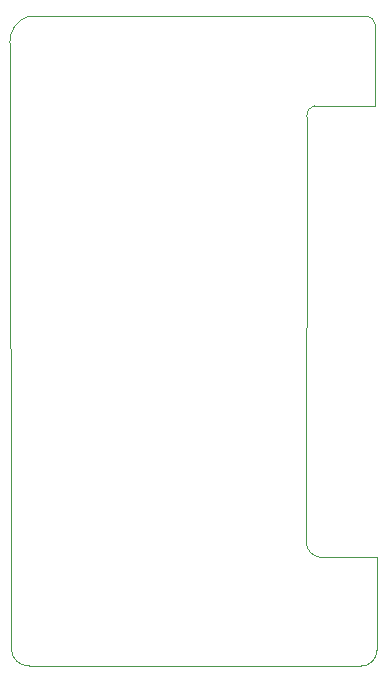
<source format=gbr>
%TF.GenerationSoftware,KiCad,Pcbnew,(6.0.7-1)-1*%
%TF.CreationDate,2022-08-03T11:09:00+05:30*%
%TF.ProjectId,Project2_Udemy,50726f6a-6563-4743-925f-5564656d792e,rev?*%
%TF.SameCoordinates,Original*%
%TF.FileFunction,Profile,NP*%
%FSLAX46Y46*%
G04 Gerber Fmt 4.6, Leading zero omitted, Abs format (unit mm)*
G04 Created by KiCad (PCBNEW (6.0.7-1)-1) date 2022-08-03 11:09:00*
%MOMM*%
%LPD*%
G01*
G04 APERTURE LIST*
%TA.AperFunction,Profile*%
%ADD10C,0.100000*%
%TD*%
G04 APERTURE END LIST*
D10*
X155790000Y-111780000D02*
X155810000Y-75750000D01*
X156480003Y-74810014D02*
G75*
G03*
X155810000Y-75750000I171597J-831086D01*
G01*
X132240000Y-67240000D02*
X160930000Y-67240000D01*
X155790010Y-111780000D02*
G75*
G03*
X156940000Y-113040000I1298790J30600D01*
G01*
X156480000Y-74810000D02*
X161580000Y-74810000D01*
X130820000Y-120890000D02*
X130690000Y-69490000D01*
X161780000Y-113040000D02*
X156940000Y-113040000D01*
X130820056Y-120889996D02*
G75*
G03*
X132350000Y-122230000I1445244J106696D01*
G01*
X160389999Y-122260025D02*
G75*
G03*
X161780000Y-120910000I39401J1350025D01*
G01*
X161780000Y-120910000D02*
X161780000Y-113040000D01*
X160390000Y-122260000D02*
X132350000Y-122230000D01*
X161580000Y-67890000D02*
G75*
G03*
X160930000Y-67240000I-650000J0D01*
G01*
X132239987Y-67239960D02*
G75*
G03*
X130690000Y-69490000I713413J-2150340D01*
G01*
X161580000Y-74810000D02*
X161580000Y-67890000D01*
M02*

</source>
